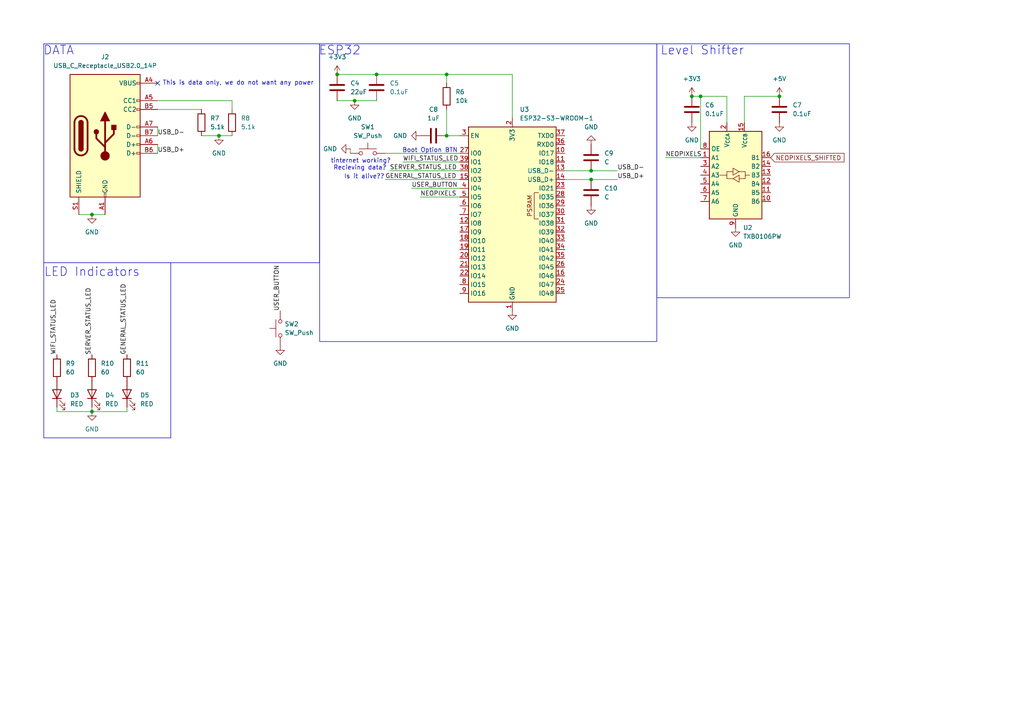
<source format=kicad_sch>
(kicad_sch (version 20250114) (generator "eeschema") (generator_version "9.0")
  (paper "A4")
  (title_block (title "Train Locs Board") (company "Sean Outram") (comment 1 "A TrainTrackr like board for the Midlands Mainline"))
  (lib_symbols
    (symbol "Connector:USB_C_Receptacle_USB2.0_14P" (pin_names (offset 1.016))
      (property "Reference" "J" (at 0 22.225 0))
      (property "Value" "USB_C_Receptacle_USB2.0_14P" (at 0 19.685 0))
      (symbol "USB_C_Receptacle_USB2.0_14P_0_0"
        (rectangle (start -0.254 -17.78) (end 0.254 -16.764))
        (rectangle (start 10.16 15.494) (end 9.144 14.986))
        (rectangle (start 10.16 10.414) (end 9.144 9.906))
        (rectangle (start 10.16 7.874) (end 9.144 7.366))
        (rectangle (start 10.16 2.794) (end 9.144 2.286))
        (rectangle (start 10.16 0.254) (end 9.144 -0.254))
        (rectangle (start 10.16 -2.286) (end 9.144 -2.794))
        (rectangle (start 10.16 -4.826) (end 9.144 -5.334))
      )
      (symbol "USB_C_Receptacle_USB2.0_14P_0_1"
        (rectangle (start -10.16 17.78) (end 10.16 -17.78) (stroke (width 0.254)) (fill (type background)))
        (polyline (pts (xy -8.89 -3.81) (xy -8.89 3.81)) (stroke (width 0.508)))
        (rectangle (start -7.62 -3.81) (end -6.35 3.81) (stroke (width 0.254)) (fill (type outline)))
        (arc (start -7.62 3.81) (mid -6.985 4.4423) (end -6.35 3.81) (stroke (width 0.254)))
        (arc (start -7.62 3.81) (mid -6.985 4.4423) (end -6.35 3.81) (stroke (width 0.254)) (fill (type outline)))
        (arc (start -8.89 3.81) (mid -6.985 5.7067) (end -5.08 3.81) (stroke (width 0.508)))
        (arc (start -5.08 -3.81) (mid -6.985 -5.7067) (end -8.89 -3.81) (stroke (width 0.508)))
        (arc (start -6.35 -3.81) (mid -6.985 -4.4423) (end -7.62 -3.81) (stroke (width 0.254)))
        (arc (start -6.35 -3.81) (mid -6.985 -4.4423) (end -7.62 -3.81) (stroke (width 0.254)) (fill (type outline)))
        (polyline (pts (xy -5.08 3.81) (xy -5.08 -3.81)) (stroke (width 0.508)))
        (circle (center -2.54 1.143) (radius 0.635) (stroke (width 0.254)) (fill (type outline)))
        (polyline (pts (xy -1.27 4.318) (xy 0 6.858) (xy 1.27 4.318) (xy -1.27 4.318)) (stroke (width 0.254)) (fill (type outline)))
        (polyline (pts (xy 0 -2.032) (xy 2.54 0.508) (xy 2.54 1.778)) (stroke (width 0.508)))
        (polyline (pts (xy 0 -3.302) (xy -2.54 -0.762) (xy -2.54 0.508)) (stroke (width 0.508)))
        (polyline (pts (xy 0 -5.842) (xy 0 4.318)) (stroke (width 0.508)))
        (circle (center 0 -5.842) (radius 1.27) (fill (type outline)))
        (rectangle (start 1.905 1.778) (end 3.175 3.048) (stroke (width 0.254)) (fill (type outline)))
      )
      (symbol "USB_C_Receptacle_USB2.0_14P_1_1"
        (pin passive line (at -7.62 -22.86 90) (length 5.08) (name "SHIELD") (number "S1"))
        (pin passive line (at 0 -22.86 90) (length 5.08) (name "GND") (number "A1"))
        (pin passive line (at 0 -22.86 90) (length 5.08) (hide yes) (name "GND") (number "A12"))
        (pin passive line (at 0 -22.86 90) (length 5.08) (hide yes) (name "GND") (number "B1"))
        (pin passive line (at 0 -22.86 90) (length 5.08) (hide yes) (name "GND") (number "B12"))
        (pin passive line (at 15.24 15.24 180) (length 5.08) (name "VBUS") (number "A4"))
        (pin passive line (at 15.24 15.24 180) (length 5.08) (hide yes) (name "VBUS") (number "A9"))
        (pin passive line (at 15.24 15.24 180) (length 5.08) (hide yes) (name "VBUS") (number "B4"))
        (pin passive line (at 15.24 15.24 180) (length 5.08) (hide yes) (name "VBUS") (number "B9"))
        (pin bidirectional line (at 15.24 10.16 180) (length 5.08) (name "CC1") (number "A5"))
        (pin bidirectional line (at 15.24 7.62 180) (length 5.08) (name "CC2") (number "B5"))
        (pin bidirectional line (at 15.24 2.54 180) (length 5.08) (name "D-") (number "A7"))
        (pin bidirectional line (at 15.24 0 180) (length 5.08) (name "D-") (number "B7"))
        (pin bidirectional line (at 15.24 -2.54 180) (length 5.08) (name "D+") (number "A6"))
        (pin bidirectional line (at 15.24 -5.08 180) (length 5.08) (name "D+") (number "B6"))
      )
    )
    (symbol "Device:C" (pin_numbers (hide yes)) (pin_names (offset 0.254))
      (property "Reference" "C" (at 0.635 2.54 0))
      (property "Value" "C" (at 0.635 -2.54 0))
      (symbol "C_0_1"
        (polyline (pts (xy -2.032 0.762) (xy 2.032 0.762)) (stroke (width 0.508)))
        (polyline (pts (xy -2.032 -0.762) (xy 2.032 -0.762)) (stroke (width 0.508)))
      )
      (symbol "C_1_1"
        (pin passive line (at 0 3.81 270) (length 2.794) (name "~") (number "1"))
        (pin passive line (at 0 -3.81 90) (length 2.794) (name "~") (number "2"))
      )
    )
    (symbol "Device:LED" (pin_numbers (hide yes)) (pin_names (offset 1.016) (hide yes))
      (property "Reference" "D" (at 0 2.54 0))
      (property "Value" "LED" (at 0 -2.54 0))
      (symbol "LED_0_1"
        (polyline (pts (xy -3.048 -0.762) (xy -4.572 -2.286) (xy -3.81 -2.286) (xy -4.572 -2.286) (xy -4.572 -1.524)))
        (polyline (pts (xy -1.778 -0.762) (xy -3.302 -2.286) (xy -2.54 -2.286) (xy -3.302 -2.286) (xy -3.302 -1.524)))
        (polyline (pts (xy -1.27 0) (xy 1.27 0)))
        (polyline (pts (xy -1.27 -1.27) (xy -1.27 1.27)) (stroke (width 0.254)))
        (polyline (pts (xy 1.27 -1.27) (xy 1.27 1.27) (xy -1.27 0) (xy 1.27 -1.27)) (stroke (width 0.254)))
      )
      (symbol "LED_1_1"
        (pin passive line (at -3.81 0 0) (length 2.54) (name "K") (number "1"))
        (pin passive line (at 3.81 0 180) (length 2.54) (name "A") (number "2"))
      )
    )
    (symbol "Device:R" (pin_numbers (hide yes)) (pin_names (offset 0))
      (property "Reference" "R" (at 2.032 0 90))
      (property "Value" "R" (at 0 0 90))
      (symbol "R_0_1"
        (rectangle (start -1.016 -2.54) (end 1.016 2.54) (stroke (width 0.254)))
      )
      (symbol "R_1_1"
        (pin passive line (at 0 3.81 270) (length 1.27) (name "~") (number "1"))
        (pin passive line (at 0 -3.81 90) (length 1.27) (name "~") (number "2"))
      )
    )
    (symbol "Logic_LevelTranslator:TXB0106PW"
      (property "Reference" "U" (at -6.35 13.97 0))
      (property "Value" "TXB0106PW" (at 3.81 13.97 0))
      (symbol "TXB0106PW_0_1"
        (rectangle (start -7.62 12.7) (end 7.62 -12.7) (stroke (width 0.254)) (fill (type background)))
        (polyline (pts (xy -2.54 0) (xy -2.54 1.016) (xy -0.762 1.016)))
        (polyline (pts (xy -0.762 -1.016) (xy -2.54 -1.016) (xy -2.54 0) (xy -4.572 0)))
        (polyline (pts (xy -0.762 -1.016) (xy 1.016 0) (xy 1.016 -2.032) (xy -0.762 -1.016)))
        (polyline (pts (xy 1.016 1.016) (xy -0.762 0) (xy -0.762 2.032) (xy 1.016 1.016)))
        (polyline (pts (xy 1.016 1.016) (xy 2.794 1.016) (xy 2.794 0) (xy 4.064 0)))
        (polyline (pts (xy 2.794 0) (xy 2.794 -1.016) (xy 1.016 -1.016)))
      )
      (symbol "TXB0106PW_1_1"
        (pin input line (at -10.16 7.62 0) (length 2.54) (name "OE") (number "8"))
        (pin bidirectional line (at -10.16 5.08 0) (length 2.54) (name "A1") (number "1"))
        (pin bidirectional line (at -10.16 2.54 0) (length 2.54) (name "A2") (number "3"))
        (pin bidirectional line (at -10.16 0 0) (length 2.54) (name "A3") (number "4"))
        (pin bidirectional line (at -10.16 -2.54 0) (length 2.54) (name "A4") (number "5"))
        (pin bidirectional line (at -10.16 -5.08 0) (length 2.54) (name "A5") (number "6"))
        (pin bidirectional line (at -10.16 -7.62 0) (length 2.54) (name "A6") (number "7"))
        (pin power_in line (at -2.54 15.24 270) (length 2.54) (name "V_{CCA}") (number "2"))
        (pin power_in line (at 0 -15.24 90) (length 2.54) (name "GND") (number "9"))
        (pin power_in line (at 2.54 15.24 270) (length 2.54) (name "V_{CCB}") (number "15"))
        (pin bidirectional line (at 10.16 5.08 180) (length 2.54) (name "B1") (number "16"))
        (pin bidirectional line (at 10.16 2.54 180) (length 2.54) (name "B2") (number "14"))
        (pin bidirectional line (at 10.16 0 180) (length 2.54) (name "B3") (number "13"))
        (pin bidirectional line (at 10.16 -2.54 180) (length 2.54) (name "B4") (number "12"))
        (pin bidirectional line (at 10.16 -5.08 180) (length 2.54) (name "B5") (number "11"))
        (pin bidirectional line (at 10.16 -7.62 180) (length 2.54) (name "B6") (number "10"))
      )
    )
    (symbol "RF_Module:ESP32-S3-WROOM-1"
      (property "Reference" "U" (at -12.7 26.67 0))
      (property "Value" "ESP32-S3-WROOM-1" (at 12.7 26.67 0))
      (symbol "ESP32-S3-WROOM-1_0_0"
        (rectangle (start -12.7 25.4) (end 12.7 -25.4) (stroke (width 0.254)) (fill (type background)))
        (text "PSRAM" (at 5.08 2.54 900) (effects (font (size 1.27 1.27))))
      )
      (symbol "ESP32-S3-WROOM-1_0_1"
        (polyline (pts (xy 7.62 -1.27) (xy 6.35 -1.27) (xy 6.35 6.35) (xy 7.62 6.35)))
      )
      (symbol "ESP32-S3-WROOM-1_1_1"
        (pin input line (at -15.24 22.86 0) (length 2.54) (name "EN") (number "3"))
        (pin bidirectional line (at -15.24 17.78 0) (length 2.54) (name "IO0") (number "27"))
        (pin bidirectional line (at -15.24 15.24 0) (length 2.54) (name "IO1") (number "39"))
        (pin bidirectional line (at -15.24 12.7 0) (length 2.54) (name "IO2") (number "38"))
        (pin bidirectional line (at -15.24 10.16 0) (length 2.54) (name "IO3") (number "15"))
        (pin bidirectional line (at -15.24 7.62 0) (length 2.54) (name "IO4") (number "4"))
        (pin bidirectional line (at -15.24 5.08 0) (length 2.54) (name "IO5") (number "5"))
        (pin bidirectional line (at -15.24 2.54 0) (length 2.54) (name "IO6") (number "6"))
        (pin bidirectional line (at -15.24 0 0) (length 2.54) (name "IO7") (number "7"))
        (pin bidirectional line (at -15.24 -2.54 0) (length 2.54) (name "IO8") (number "12"))
        (pin bidirectional line (at -15.24 -5.08 0) (length 2.54) (name "IO9") (number "17"))
        (pin bidirectional line (at -15.24 -7.62 0) (length 2.54) (name "IO10") (number "18"))
        (pin bidirectional line (at -15.24 -10.16 0) (length 2.54) (name "IO11") (number "19"))
        (pin bidirectional line (at -15.24 -12.7 0) (length 2.54) (name "IO12") (number "20"))
        (pin bidirectional line (at -15.24 -15.24 0) (length 2.54) (name "IO13") (number "21"))
        (pin bidirectional line (at -15.24 -17.78 0) (length 2.54) (name "IO14") (number "22"))
        (pin bidirectional line (at -15.24 -20.32 0) (length 2.54) (name "IO15") (number "8"))
        (pin bidirectional line (at -15.24 -22.86 0) (length 2.54) (name "IO16") (number "9"))
        (pin power_in line (at 0 27.94 270) (length 2.54) (name "3V3") (number "2"))
        (pin power_in line (at 0 -27.94 90) (length 2.54) (name "GND") (number "1"))
        (pin passive line (at 0 -27.94 90) (length 2.54) (hide yes) (name "GND") (number "40"))
        (pin passive line (at 0 -27.94 90) (length 2.54) (hide yes) (name "GND") (number "41"))
        (pin bidirectional line (at 15.24 22.86 180) (length 2.54) (name "TXD0") (number "37"))
        (pin bidirectional line (at 15.24 20.32 180) (length 2.54) (name "RXD0") (number "36"))
        (pin bidirectional line (at 15.24 17.78 180) (length 2.54) (name "IO17") (number "10"))
        (pin bidirectional line (at 15.24 15.24 180) (length 2.54) (name "IO18") (number "11"))
        (pin bidirectional line (at 15.24 12.7 180) (length 2.54) (name "USB_D-") (number "13"))
        (pin bidirectional line (at 15.24 10.16 180) (length 2.54) (name "USB_D+") (number "14"))
        (pin bidirectional line (at 15.24 7.62 180) (length 2.54) (name "IO21") (number "23"))
        (pin bidirectional line (at 15.24 5.08 180) (length 2.54) (name "IO35") (number "28"))
        (pin bidirectional line (at 15.24 2.54 180) (length 2.54) (name "IO36") (number "29"))
        (pin bidirectional line (at 15.24 0 180) (length 2.54) (name "IO37") (number "30"))
        (pin bidirectional line (at 15.24 -2.54 180) (length 2.54) (name "IO38") (number "31"))
        (pin bidirectional line (at 15.24 -5.08 180) (length 2.54) (name "IO39") (number "32"))
        (pin bidirectional line (at 15.24 -7.62 180) (length 2.54) (name "IO40") (number "33"))
        (pin bidirectional line (at 15.24 -10.16 180) (length 2.54) (name "IO41") (number "34"))
        (pin bidirectional line (at 15.24 -12.7 180) (length 2.54) (name "IO42") (number "35"))
        (pin bidirectional line (at 15.24 -15.24 180) (length 2.54) (name "IO45") (number "26"))
        (pin bidirectional line (at 15.24 -17.78 180) (length 2.54) (name "IO46") (number "16"))
        (pin bidirectional line (at 15.24 -20.32 180) (length 2.54) (name "IO47") (number "24"))
        (pin bidirectional line (at 15.24 -22.86 180) (length 2.54) (name "IO48") (number "25"))
      )
    )
    (symbol "Switch:SW_Push" (pin_numbers (hide yes)) (pin_names (offset 1.016) (hide yes))
      (property "Reference" "SW" (at 1.27 2.54 0))
      (property "Value" "SW_Push" (at 0 -1.524 0))
      (symbol "SW_Push_0_1"
        (circle (center -2.032 0) (radius 0.508))
        (polyline (pts (xy 0 1.27) (xy 0 3.048)))
        (circle (center 2.032 0) (radius 0.508))
        (polyline (pts (xy 2.54 1.27) (xy -2.54 1.27)))
        (pin passive line (at -5.08 0 0) (length 2.54) (name "1") (number "1"))
        (pin passive line (at 5.08 0 180) (length 2.54) (name "2") (number "2"))
      )
    )
    (symbol "power:+3V3" (power) (pin_numbers (hide yes)) (pin_names (offset 0) (hide yes))
      (property "Value" "+3V3" (at 0 3.556 0))
      (symbol "+3V3_0_1"
        (polyline (pts (xy -0.762 1.27) (xy 0 2.54)))
        (polyline (pts (xy 0 2.54) (xy 0.762 1.27)))
        (polyline (pts (xy 0 0) (xy 0 2.54)))
      )
      (symbol "+3V3_1_1"
        (pin power_in line (at 0 0 90) (length 0) (name "~") (number "1"))
      )
    )
    (symbol "power:+5V" (power) (pin_numbers (hide yes)) (pin_names (offset 0) (hide yes))
      (property "Value" "+5V" (at 0 3.556 0))
      (symbol "+5V_0_1"
        (polyline (pts (xy -0.762 1.27) (xy 0 2.54)))
        (polyline (pts (xy 0 2.54) (xy 0.762 1.27)))
        (polyline (pts (xy 0 0) (xy 0 2.54)))
      )
      (symbol "+5V_1_1"
        (pin power_in line (at 0 0 90) (length 0) (name "~") (number "1"))
      )
    )
    (symbol "power:GND" (power) (pin_numbers (hide yes)) (pin_names (offset 0) (hide yes))
      (property "Value" "GND" (at 0 -3.81 0))
      (symbol "GND_0_1"
        (polyline (pts (xy 0 0) (xy 0 -1.27) (xy 1.27 -1.27) (xy 0 -2.54) (xy -1.27 -1.27) (xy 0 -1.27)))
      )
      (symbol "GND_1_1"
        (pin power_in line (at 0 0 270) (length 0) (name "~") (number "1"))
      )
    )
  )
  (rectangle (start 12.7 12.7) (end 92.71 76.2))
  (rectangle (start 12.7 76.2) (end 49.53 127))
  (rectangle (start 92.71 12.7) (end 190.5 99.06))
  (rectangle (start 190.5 12.7) (end 246.38 86.36))
  (text "Boot Option BTN" (at 124.714 43.688 0) (effects (font (size 1.27 1.27))))
  (text "This is data only, we do not want any power" (at 69.088 24.13 0) (effects (font (size 1.27 1.27))))
  (text "Level Shifter\n" (at 203.708 14.732 0) (effects (font (size 2.54 2.54))))
  (text "Recieving data?" (at 104.394 48.768 0) (effects (font (size 1.27 1.27))))
  (text "tinternet working?" (at 104.648 46.736 0) (effects (font (size 1.27 1.27))))
  (text "DATA" (at 17.018 14.732 0) (effects (font (size 2.54 2.54))))
  (text "Is it alive??" (at 105.664 51.308 0) (effects (font (size 1.27 1.27))))
  (text "LED Indicators" (at 26.67 78.994 0) (effects (font (size 2.54 2.54))))
  (text "ESP32" (at 98.552 14.732 0) (effects (font (size 2.54 2.54))))
  (junction (at 129.54 21.59))
  (junction (at 26.67 119.38))
  (junction (at 171.45 49.53))
  (junction (at 109.22 21.59))
  (junction (at 26.67 62.23))
  (junction (at 97.79 21.59))
  (junction (at 200.66 27.94))
  (junction (at 203.2 27.94))
  (junction (at 129.54 39.37))
  (junction (at 63.5 39.37))
  (junction (at 102.87 29.21))
  (junction (at 171.45 52.07))
  (junction (at 226.06 27.94))
  (no_connect (at 45.72 24.13))
  (wire (pts (xy 193.04 45.72) (xy 203.2 45.72)))
  (wire (pts (xy 111.76 44.45) (xy 133.35 44.45)))
  (wire (pts (xy 129.54 21.59) (xy 129.54 24.13)))
  (wire (pts (xy 16.51 119.38) (xy 16.51 118.11)))
  (wire (pts (xy 203.2 27.94) (xy 203.2 43.18)))
  (wire (pts (xy 210.82 35.56) (xy 210.82 27.94)))
  (wire (pts (xy 129.54 21.59) (xy 148.59 21.59)))
  (wire (pts (xy 109.22 29.21) (xy 102.87 29.21)))
  (wire (pts (xy 210.82 27.94) (xy 203.2 27.94)))
  (wire (pts (xy 119.38 54.61) (xy 133.35 54.61)))
  (wire (pts (xy 58.42 39.37) (xy 63.5 39.37)))
  (wire (pts (xy 22.86 62.23) (xy 26.67 62.23)))
  (wire (pts (xy 179.07 49.53) (xy 171.45 49.53)))
  (wire (pts (xy 36.83 119.38) (xy 36.83 118.11)))
  (wire (pts (xy 63.5 39.37) (xy 67.31 39.37)))
  (wire (pts (xy 45.72 41.91) (xy 45.72 44.45)))
  (wire (pts (xy 67.31 29.21) (xy 67.31 31.75)))
  (wire (pts (xy 215.9 27.94) (xy 226.06 27.94)))
  (wire (pts (xy 116.84 46.99) (xy 133.35 46.99)))
  (wire (pts (xy 45.72 36.83) (xy 45.72 39.37)))
  (wire (pts (xy 129.54 31.75) (xy 129.54 39.37)))
  (wire (pts (xy 171.45 52.07) (xy 163.83 52.07)))
  (wire (pts (xy 113.03 49.53) (xy 133.35 49.53)))
  (wire (pts (xy 101.6 44.45) (xy 101.6 43.18)))
  (wire (pts (xy 109.22 21.59) (xy 129.54 21.59)))
  (wire (pts (xy 97.79 29.21) (xy 102.87 29.21)))
  (wire (pts (xy 26.67 62.23) (xy 30.48 62.23)))
  (wire (pts (xy 111.76 52.07) (xy 133.35 52.07)))
  (wire (pts (xy 203.2 27.94) (xy 200.66 27.94)))
  (wire (pts (xy 26.67 119.38) (xy 36.83 119.38)))
  (wire (pts (xy 215.9 27.94) (xy 215.9 35.56)))
  (wire (pts (xy 171.45 49.53) (xy 163.83 49.53)))
  (wire (pts (xy 45.72 29.21) (xy 67.31 29.21)))
  (wire (pts (xy 16.51 119.38) (xy 26.67 119.38)))
  (wire (pts (xy 97.79 21.59) (xy 109.22 21.59)))
  (wire (pts (xy 129.54 39.37) (xy 133.35 39.37)))
  (wire (pts (xy 179.07 52.07) (xy 171.45 52.07)))
  (wire (pts (xy 148.59 21.59) (xy 148.59 34.29)))
  (wire (pts (xy 121.92 57.15) (xy 133.35 57.15)))
  (wire (pts (xy 26.67 119.38) (xy 26.67 118.11)))
  (wire (pts (xy 45.72 31.75) (xy 58.42 31.75)))
  (label "GENERAL_STATUS_LED" (at 111.76 52.07 0))
  (label "GENERAL_STATUS_LED" (at 36.83 102.87 90))
  (label "NEOPIXELS" (at 121.92 57.15 0))
  (label "USB_D+" (at 45.72 44.45 0))
  (label "WIFI_STATUS_LED" (at 116.84 46.99 0))
  (label "SERVER_STATUS_LED" (at 113.03 49.53 0))
  (label "USER_BUTTON" (at 119.38 54.61 0))
  (label "USER_BUTTON" (at 81.28 90.17 90))
  (label "USB_D+" (at 179.07 52.07 0))
  (label "SERVER_STATUS_LED" (at 26.67 102.87 90))
  (label "WIFI_STATUS_LED" (at 16.51 102.87 90))
  (label "NEOPIXELS" (at 193.04 45.72 0))
  (label "USB_D-" (at 45.72 39.37 0))
  (label "USB_D-" (at 179.07 49.53 0))
  (global_label "NEOPIXELS_SHIFTED" (shape input) (at 223.52 45.72 0) (property "Intersheetrefs" "${INTERSHEET_REFS}" (effects (hide yes))))
  (symbol (lib_id "power:+3V3") (at 97.79 21.59 0) (unit 1)
    (property "Reference" "#PWR012" (effects (hide yes)))
    (property "Value" "+3V3" (at 97.79 16.51 0))
    (property "Description" "Power symbol creates a global label with name \"+3V3\"" (effects (hide yes)))
  )
  (symbol (lib_id "power:GND") (at 226.06 35.56 0) (unit 1)
    (property "Reference" "#PWR017" (effects (hide yes)))
    (property "Value" "GND" (at 226.06 40.64 0))
    (property "Description" "Power symbol creates a global label with name \"GND\" , ground" (effects (hide yes)))
  )
  (symbol (lib_id "power:GND") (at 148.59 90.17 0) (unit 1)
    (property "Reference" "#PWR025" (effects (hide yes)))
    (property "Value" "GND" (at 148.59 95.25 0))
    (property "Description" "Power symbol creates a global label with name \"GND\" , ground" (effects (hide yes)))
  )
  (symbol (lib_id "RF_Module:ESP32-S3-WROOM-1") (at 148.59 62.23 0) (unit 1)
    (property "Reference" "U3" (at 150.7333 31.75 0) (effects (justify left)))
    (property "Value" "ESP32-S3-WROOM-1" (at 150.7333 34.29 0) (effects (justify left)))
    (property "Footprint" "RF_Module:ESP32-S3-WROOM-1" (effects (hide yes)))
    (property "Datasheet" "https://www.espressif.com/sites/default/files/documentation/esp32-s3-wroom-1_wroom-1u_datasheet_en.pdf" (effects (hide yes)))
    (property "Description" "RF Module, ESP32-S3 SoC, Wi-Fi 802.11b/g/n, Bluetooth, BLE, 32-bit, 3.3V, onboard antenna, SMD" (effects (hide yes)))
  )
  (symbol (lib_id "Device:LED") (at 36.83 114.3 90) (unit 1)
    (property "Reference" "D5" (at 40.64 114.6174 90) (effects (justify right)))
    (property "Value" "RED" (at 40.64 117.1574 90) (effects (justify right)))
    (property "Footprint" "LED_SMD:LED_0805_2012Metric" (effects (hide yes)))
    (property "Description" "Light emitting diode" (effects (hide yes)))
    (property "Sim.Pins" "1=K 2=A" (effects (hide yes)))
  )
  (symbol (lib_id "power:GND") (at 171.45 41.91 180) (unit 1)
    (property "Reference" "#PWR020" (effects (hide yes)))
    (property "Value" "GND" (at 171.45 36.83 0))
    (property "Description" "Power symbol creates a global label with name \"GND\" , ground" (effects (hide yes)))
  )
  (symbol (lib_id "power:GND") (at 81.28 100.33 0) (unit 1)
    (property "Reference" "#PWR072" (effects (hide yes)))
    (property "Value" "GND" (at 81.28 105.41 0))
    (property "Description" "Power symbol creates a global label with name \"GND\" , ground" (effects (hide yes)))
  )
  (symbol (lib_id "power:GND") (at 102.87 29.21 0) (unit 1)
    (property "Reference" "#PWR015" (effects (hide yes)))
    (property "Value" "GND" (at 102.87 34.29 0))
    (property "Description" "Power symbol creates a global label with name \"GND\" , ground" (effects (hide yes)))
  )
  (symbol (lib_id "power:+5V") (at 226.06 27.94 0) (unit 1)
    (property "Reference" "#PWR014" (effects (hide yes)))
    (property "Value" "+5V" (at 226.06 22.86 0))
    (property "Description" "Power symbol creates a global label with name \"+5V\"" (effects (hide yes)))
  )
  (symbol (lib_id "Switch:SW_Push") (at 106.68 44.45 0) (unit 1)
    (property "Reference" "SW1" (at 106.68 36.83 0))
    (property "Value" "SW_Push" (at 106.68 39.37 0))
    (property "Footprint" "LCSC:SW-SMD_4P-L4.2-W3.3-P2.15-LS5.1" (effects (hide yes)))
    (property "Description" "Push button switch, generic, two pins" (effects (hide yes)))
  )
  (symbol (lib_id "Device:C") (at 226.06 31.75 0) (unit 1)
    (property "Reference" "C7" (at 229.87 30.4799 0) (effects (justify left)))
    (property "Value" "0.1uF" (at 229.87 33.0199 0) (effects (justify left)))
    (property "Footprint" "Capacitor_SMD:C_0805_2012Metric" (effects (hide yes)))
    (property "Description" "Unpolarized capacitor" (effects (hide yes)))
  )
  (symbol (lib_id "Device:LED") (at 16.51 114.3 90) (unit 1)
    (property "Reference" "D3" (at 20.32 114.6174 90) (effects (justify right)))
    (property "Value" "RED" (at 20.32 117.1574 90) (effects (justify right)))
    (property "Footprint" "LED_SMD:LED_0805_2012Metric" (effects (hide yes)))
    (property "Description" "Light emitting diode" (effects (hide yes)))
    (property "Sim.Pins" "1=K 2=A" (effects (hide yes)))
  )
  (symbol (lib_id "Device:C") (at 109.22 25.4 0) (unit 1)
    (property "Reference" "C5" (at 113.03 24.1299 0) (effects (justify left)))
    (property "Value" "0.1uF" (at 113.03 26.6699 0) (effects (justify left)))
    (property "Footprint" "Capacitor_SMD:C_0805_2012Metric" (effects (hide yes)))
    (property "Description" "Unpolarized capacitor" (effects (hide yes)))
  )
  (symbol (lib_id "Logic_LevelTranslator:TXB0106PW") (at 213.36 50.8 0) (unit 1)
    (property "Reference" "U2" (at 215.5033 66.04 0) (effects (justify left)))
    (property "Value" "TXB0106PW" (at 215.5033 68.58 0) (effects (justify left)))
    (property "Footprint" "Package_SO:TSSOP-16_4.4x5mm_P0.65mm" (effects (hide yes)))
    (property "Datasheet" "http://www.ti.com/lit/ds/symlink/txb0106.pdf" (effects (hide yes)))
    (property "Description" "6-Bit Bidirectional Voltage-Level Translator, Auto Direction Sensing and ±15-kV ESD Protection, 1.2 - 3.6V APort, 1.65 - 5.5V BPort, TSSOP-16" (effects (hide yes)))
  )
  (symbol (lib_id "power:GND") (at 121.92 39.37 270) (unit 1)
    (property "Reference" "#PWR019" (effects (hide yes)))
    (property "Value" "GND" (at 118.11 39.3699 90) (effects (justify right)))
    (property "Description" "Power symbol creates a global label with name \"GND\" , ground" (effects (hide yes)))
  )
  (symbol (lib_id "Device:R") (at 58.42 35.56 0) (unit 1)
    (property "Reference" "R7" (at 60.96 34.2899 0) (effects (justify left)))
    (property "Value" "5.1k" (at 60.96 36.8299 0) (effects (justify left)))
    (property "Footprint" "Resistor_SMD:R_0805_2012Metric" (effects (hide yes)))
    (property "Description" "Resistor" (effects (hide yes)))
  )
  (symbol (lib_id "Connector:USB_C_Receptacle_USB2.0_14P") (at 30.48 39.37 0) (unit 1)
    (property "Reference" "J2" (at 30.48 16.51 0))
    (property "Value" "USB_C_Receptacle_USB2.0_14P" (at 30.48 19.05 0))
    (property "Footprint" "Connector_USB:USB_C_Receptacle_G-Switch_GT-USB-7010ASV" (effects (hide yes)))
    (property "Datasheet" "https://www.usb.org/sites/default/files/documents/usb_type-c.zip" (effects (hide yes)))
    (property "Description" "USB 2.0-only 14P Type-C Receptacle connector" (effects (hide yes)))
    (property "LCSC Part" "C2988369" (effects (hide yes)))
  )
  (symbol (lib_id "power:GND") (at 26.67 119.38 0) (unit 1)
    (property "Reference" "#PWR026" (effects (hide yes)))
    (property "Value" "GND" (at 26.67 124.46 0))
    (property "Description" "Power symbol creates a global label with name \"GND\" , ground" (effects (hide yes)))
  )
  (symbol (lib_id "power:GND") (at 26.67 62.23 0) (unit 1)
    (property "Reference" "#PWR023" (effects (hide yes)))
    (property "Value" "GND" (at 26.67 67.31 0))
    (property "Description" "Power symbol creates a global label with name \"GND\" , ground" (effects (hide yes)))
  )
  (symbol (lib_id "Device:R") (at 129.54 27.94 0) (unit 1)
    (property "Reference" "R6" (at 132.08 26.6699 0) (effects (justify left)))
    (property "Value" "10k" (at 132.08 29.2099 0) (effects (justify left)))
    (property "Footprint" "Resistor_SMD:R_0805_2012Metric" (effects (hide yes)))
    (property "Description" "Resistor" (effects (hide yes)))
  )
  (symbol (lib_id "power:GND") (at 101.6 43.18 270) (unit 1)
    (property "Reference" "#PWR021" (effects (hide yes)))
    (property "Value" "GND" (at 97.79 43.1799 90) (effects (justify right)))
    (property "Description" "Power symbol creates a global label with name \"GND\" , ground" (effects (hide yes)))
  )
  (symbol (lib_id "power:GND") (at 171.45 59.69 0) (unit 1)
    (property "Reference" "#PWR022" (effects (hide yes)))
    (property "Value" "GND" (at 171.45 64.77 0))
    (property "Description" "Power symbol creates a global label with name \"GND\" , ground" (effects (hide yes)))
  )
  (symbol (lib_id "Device:C") (at 171.45 55.88 0) (unit 1)
    (property "Reference" "C10" (at 175.26 54.6099 0) (effects (justify left)))
    (property "Value" "C" (at 175.26 57.1499 0) (effects (justify left)))
    (property "Footprint" "Capacitor_SMD:C_0805_2012Metric" (effects (hide yes)))
    (property "Description" "Unpolarized capacitor" (effects (hide yes)))
  )
  (symbol (lib_id "Device:R") (at 16.51 106.68 0) (unit 1)
    (property "Reference" "R9" (at 19.05 105.4099 0) (effects (justify left)))
    (property "Value" "60" (at 19.05 107.9499 0) (effects (justify left)))
    (property "Footprint" "Resistor_SMD:R_0805_2012Metric" (effects (hide yes)))
    (property "Description" "Resistor" (effects (hide yes)))
  )
  (symbol (lib_id "Device:C") (at 97.79 25.4 0) (unit 1)
    (property "Reference" "C4" (at 101.6 24.1299 0) (effects (justify left)))
    (property "Value" "22uF" (at 101.6 26.6699 0) (effects (justify left)))
    (property "Footprint" "Capacitor_SMD:C_0805_2012Metric" (effects (hide yes)))
    (property "Description" "Unpolarized capacitor" (effects (hide yes)))
  )
  (symbol (lib_id "power:GND") (at 213.36 66.04 0) (unit 1)
    (property "Reference" "#PWR024" (effects (hide yes)))
    (property "Value" "GND" (at 213.36 71.12 0))
    (property "Description" "Power symbol creates a global label with name \"GND\" , ground" (effects (hide yes)))
  )
  (symbol (lib_id "Device:R") (at 26.67 106.68 0) (unit 1)
    (property "Reference" "R10" (at 29.21 105.4099 0) (effects (justify left)))
    (property "Value" "60" (at 29.21 107.9499 0) (effects (justify left)))
    (property "Footprint" "Resistor_SMD:R_0805_2012Metric" (effects (hide yes)))
    (property "Description" "Resistor" (effects (hide yes)))
  )
  (symbol (lib_id "Device:R") (at 67.31 35.56 0) (unit 1)
    (property "Reference" "R8" (at 69.85 34.2899 0) (effects (justify left)))
    (property "Value" "5.1k" (at 69.85 36.8299 0) (effects (justify left)))
    (property "Footprint" "Resistor_SMD:R_0805_2012Metric" (effects (hide yes)))
    (property "Description" "Resistor" (effects (hide yes)))
  )
  (symbol (lib_id "power:GND") (at 200.66 35.56 0) (unit 1)
    (property "Reference" "#PWR016" (effects (hide yes)))
    (property "Value" "GND" (at 200.66 40.64 0))
    (property "Description" "Power symbol creates a global label with name \"GND\" , ground" (effects (hide yes)))
  )
  (symbol (lib_id "Device:LED") (at 26.67 114.3 90) (unit 1)
    (property "Reference" "D4" (at 30.48 114.6174 90) (effects (justify right)))
    (property "Value" "RED" (at 30.48 117.1574 90) (effects (justify right)))
    (property "Footprint" "LED_SMD:LED_0805_2012Metric" (effects (hide yes)))
    (property "Description" "Light emitting diode" (effects (hide yes)))
    (property "Sim.Pins" "1=K 2=A" (effects (hide yes)))
  )
  (symbol (lib_id "Device:C") (at 171.45 45.72 0) (unit 1)
    (property "Reference" "C9" (at 175.26 44.4499 0) (effects (justify left)))
    (property "Value" "C" (at 175.26 46.9899 0) (effects (justify left)))
    (property "Footprint" "Capacitor_SMD:C_0805_2012Metric" (effects (hide yes)))
    (property "Description" "Unpolarized capacitor" (effects (hide yes)))
  )
  (symbol (lib_id "power:GND") (at 63.5 39.37 0) (unit 1)
    (property "Reference" "#PWR018" (effects (hide yes)))
    (property "Value" "GND" (at 63.5 44.45 0))
    (property "Description" "Power symbol creates a global label with name \"GND\" , ground" (effects (hide yes)))
  )
  (symbol (lib_id "Switch:SW_Push") (at 81.28 95.25 90) (unit 1)
    (property "Reference" "SW2" (at 82.55 93.9799 90) (effects (justify right)))
    (property "Value" "SW_Push" (at 82.55 96.5199 90) (effects (justify right)))
    (property "Footprint" "LCSC:SW-SMD_4P-L4.2-W3.3-P2.15-LS5.1" (effects (hide yes)))
    (property "Description" "Push button switch, generic, two pins" (effects (hide yes)))
  )
  (symbol (lib_id "power:+3V3") (at 200.66 27.94 0) (unit 1)
    (property "Reference" "#PWR013" (effects (hide yes)))
    (property "Value" "+3V3" (at 200.66 22.86 0))
    (property "Description" "Power symbol creates a global label with name \"+3V3\"" (effects (hide yes)))
  )
  (symbol (lib_id "Device:C") (at 200.66 31.75 0) (unit 1)
    (property "Reference" "C6" (at 204.47 30.4799 0) (effects (justify left)))
    (property "Value" "0.1uF" (at 204.47 33.0199 0) (effects (justify left)))
    (property "Footprint" "Capacitor_SMD:C_0805_2012Metric" (effects (hide yes)))
    (property "Description" "Unpolarized capacitor" (effects (hide yes)))
  )
  (symbol (lib_id "Device:C") (at 125.73 39.37 270) (unit 1)
    (property "Reference" "C8" (at 125.73 31.75 90))
    (property "Value" "1uF" (at 125.73 34.29 90))
    (property "Footprint" "Capacitor_SMD:C_0805_2012Metric" (effects (hide yes)))
    (property "Description" "Unpolarized capacitor" (effects (hide yes)))
  )
  (symbol (lib_id "Device:R") (at 36.83 106.68 0) (unit 1)
    (property "Reference" "R11" (at 39.37 105.4099 0) (effects (justify left)))
    (property "Value" "60" (at 39.37 107.9499 0) (effects (justify left)))
    (property "Footprint" "Resistor_SMD:R_0805_2012Metric" (effects (hide yes)))
    (property "Description" "Resistor" (effects (hide yes)))
  )
)
</source>
